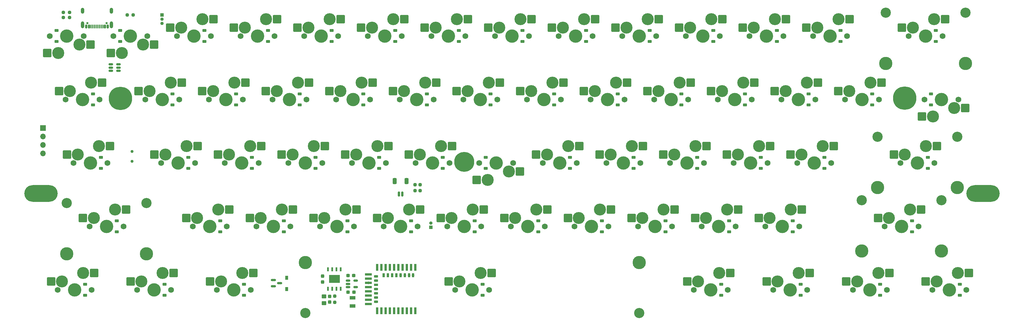
<source format=gbr>
%TF.GenerationSoftware,KiCad,Pcbnew,8.0.2*%
%TF.CreationDate,2024-05-13T14:37:15+08:00*%
%TF.ProjectId,rmk-ble-keyboard,726d6b2d-626c-4652-9d6b-6579626f6172,0*%
%TF.SameCoordinates,Original*%
%TF.FileFunction,Soldermask,Bot*%
%TF.FilePolarity,Negative*%
%FSLAX46Y46*%
G04 Gerber Fmt 4.6, Leading zero omitted, Abs format (unit mm)*
G04 Created by KiCad (PCBNEW 8.0.2) date 2024-05-13 14:37:15*
%MOMM*%
%LPD*%
G01*
G04 APERTURE LIST*
G04 Aperture macros list*
%AMRoundRect*
0 Rectangle with rounded corners*
0 $1 Rounding radius*
0 $2 $3 $4 $5 $6 $7 $8 $9 X,Y pos of 4 corners*
0 Add a 4 corners polygon primitive as box body*
4,1,4,$2,$3,$4,$5,$6,$7,$8,$9,$2,$3,0*
0 Add four circle primitives for the rounded corners*
1,1,$1+$1,$2,$3*
1,1,$1+$1,$4,$5*
1,1,$1+$1,$6,$7*
1,1,$1+$1,$8,$9*
0 Add four rect primitives between the rounded corners*
20,1,$1+$1,$2,$3,$4,$5,0*
20,1,$1+$1,$4,$5,$6,$7,0*
20,1,$1+$1,$6,$7,$8,$9,0*
20,1,$1+$1,$8,$9,$2,$3,0*%
G04 Aperture macros list end*
%ADD10O,0.800000X0.800000*%
%ADD11RoundRect,0.250000X-1.025000X-1.000000X1.025000X-1.000000X1.025000X1.000000X-1.025000X1.000000X0*%
%ADD12C,1.750000*%
%ADD13C,4.000000*%
%ADD14C,3.600000*%
%ADD15C,3.048000*%
%ADD16C,3.987800*%
%ADD17R,1.700000X1.700000*%
%ADD18O,1.700000X1.700000*%
%ADD19RoundRect,0.250000X1.025000X1.000000X-1.025000X1.000000X-1.025000X-1.000000X1.025000X-1.000000X0*%
%ADD20O,9.999980X5.001260*%
%ADD21C,0.900000*%
%ADD22R,1.000000X1.000000*%
%ADD23O,1.000000X1.000000*%
%ADD24C,6.000000*%
%ADD25C,7.001300*%
%ADD26C,7.000240*%
%ADD27RoundRect,0.237500X0.300000X0.237500X-0.300000X0.237500X-0.300000X-0.237500X0.300000X-0.237500X0*%
%ADD28RoundRect,0.225000X0.375000X-0.225000X0.375000X0.225000X-0.375000X0.225000X-0.375000X-0.225000X0*%
%ADD29RoundRect,0.150000X-0.512500X-0.150000X0.512500X-0.150000X0.512500X0.150000X-0.512500X0.150000X0*%
%ADD30R,0.950000X1.200000*%
%ADD31C,0.650000*%
%ADD32RoundRect,0.150000X-0.150000X-0.425000X0.150000X-0.425000X0.150000X0.425000X-0.150000X0.425000X0*%
%ADD33RoundRect,0.075000X-0.075000X-0.500000X0.075000X-0.500000X0.075000X0.500000X-0.075000X0.500000X0*%
%ADD34O,1.000000X1.800000*%
%ADD35O,1.000000X2.100000*%
%ADD36R,0.600000X1.200000*%
%ADD37R,3.300000X2.400000*%
%ADD38RoundRect,0.237500X-0.237500X0.300000X-0.237500X-0.300000X0.237500X-0.300000X0.237500X0.300000X0*%
%ADD39R,0.800000X2.000000*%
%ADD40R,0.800000X1.200000*%
%ADD41R,2.000000X0.800000*%
%ADD42R,1.200000X0.800000*%
%ADD43RoundRect,0.150000X-0.150000X-0.625000X0.150000X-0.625000X0.150000X0.625000X-0.150000X0.625000X0*%
%ADD44RoundRect,0.250000X-0.350000X-0.650000X0.350000X-0.650000X0.350000X0.650000X-0.350000X0.650000X0*%
%ADD45RoundRect,0.250000X0.450000X-0.350000X0.450000X0.350000X-0.450000X0.350000X-0.450000X-0.350000X0*%
%ADD46R,1.800000X1.000000*%
%ADD47RoundRect,0.225000X-0.375000X0.225000X-0.375000X-0.225000X0.375000X-0.225000X0.375000X0.225000X0*%
%ADD48RoundRect,0.237500X0.250000X0.237500X-0.250000X0.237500X-0.250000X-0.237500X0.250000X-0.237500X0*%
%ADD49RoundRect,0.150000X-0.587500X-0.150000X0.587500X-0.150000X0.587500X0.150000X-0.587500X0.150000X0*%
%ADD50RoundRect,0.237500X-0.300000X-0.237500X0.300000X-0.237500X0.300000X0.237500X-0.300000X0.237500X0*%
%ADD51RoundRect,0.237500X-0.250000X-0.237500X0.250000X-0.237500X0.250000X0.237500X-0.250000X0.237500X0*%
%ADD52RoundRect,0.237500X-0.237500X0.250000X-0.237500X-0.250000X0.237500X-0.250000X0.237500X0.250000X0*%
%ADD53RoundRect,0.237500X0.237500X-0.250000X0.237500X0.250000X-0.237500X0.250000X-0.237500X-0.250000X0*%
G04 APERTURE END LIST*
D10*
%TO.C,*%
X101807200Y9378850D03*
%TD*%
%TO.C,*%
X101807200Y5568850D03*
%TD*%
%TO.C,*%
X101807200Y8108850D03*
%TD*%
%TO.C,*%
X101807200Y6838850D03*
%TD*%
%TO.C,*%
X112897200Y13578600D03*
%TD*%
%TO.C,*%
X111632200Y13578600D03*
%TD*%
%TO.C,*%
X110362200Y13578600D03*
%TD*%
%TO.C,*%
X109092200Y13578600D03*
%TD*%
%TO.C,*%
X101807200Y13188600D03*
%TD*%
%TO.C,*%
X99507200Y11283600D03*
%TD*%
%TO.C,*%
X101807200Y11918850D03*
%TD*%
D11*
%TO.C,SW33*%
X92552500Y49790000D03*
D12*
X94557500Y47250000D03*
D13*
X99637500Y47250000D03*
D12*
X104717500Y47250000D03*
D11*
X105479500Y52330000D03*
D14*
X95827500Y49790000D03*
X102177500Y52330000D03*
%TD*%
D11*
%TO.C,SW7*%
X116365000Y87890000D03*
D12*
X118370000Y85350000D03*
D13*
X123450000Y85350000D03*
D12*
X128530000Y85350000D03*
D11*
X129292000Y90430000D03*
D14*
X119640000Y87890000D03*
X125990000Y90430000D03*
%TD*%
D11*
%TO.C,SW21*%
X125890000Y68840000D03*
D12*
X127895000Y66300000D03*
D13*
X132975000Y66300000D03*
D12*
X138055000Y66300000D03*
D11*
X138817000Y71380000D03*
D14*
X129165000Y68840000D03*
X135515000Y71380000D03*
%TD*%
D11*
%TO.C,SW38*%
X187802500Y49790000D03*
D12*
X189807500Y47250000D03*
D13*
X194887500Y47250000D03*
D12*
X199967500Y47250000D03*
D11*
X200729500Y52330000D03*
D14*
X191077500Y49790000D03*
X197427500Y52330000D03*
%TD*%
D11*
%TO.C,SW23*%
X163990000Y68840000D03*
D12*
X165995000Y66300000D03*
D13*
X171075000Y66300000D03*
D12*
X176155000Y66300000D03*
D11*
X176917000Y71380000D03*
D14*
X167265000Y68840000D03*
X173615000Y71380000D03*
%TD*%
D15*
%TO.C,REF\u002A\u002A*%
X252005750Y55089950D03*
D16*
X252005750Y39879950D03*
D15*
X275881750Y55089950D03*
D16*
X275881750Y39879950D03*
%TD*%
D11*
%TO.C,SW11*%
X192565000Y87890000D03*
D12*
X194570000Y85350000D03*
D13*
X199650000Y85350000D03*
D12*
X204730000Y85350000D03*
D11*
X205492000Y90430000D03*
D14*
X195840000Y87890000D03*
X202190000Y90430000D03*
%TD*%
D17*
%TO.C,J3*%
X2040000Y57730000D03*
D18*
X2040000Y55190000D03*
X2040000Y52650000D03*
X2040000Y50110000D03*
%TD*%
D19*
%TO.C,SW1*%
X16235000Y82810000D03*
D12*
X14230000Y85350000D03*
D13*
X9150000Y85350000D03*
D12*
X4070000Y85350000D03*
D19*
X3308000Y80270000D03*
D14*
X12960000Y82810000D03*
X6610000Y80270000D03*
%TD*%
D20*
%TO.C,HOLE*%
X1461100Y38100000D03*
%TD*%
D11*
%TO.C,SW24*%
X183040000Y68840000D03*
D12*
X185045000Y66300000D03*
D13*
X190125000Y66300000D03*
D12*
X195205000Y66300000D03*
D11*
X195967000Y71380000D03*
D14*
X186315000Y68840000D03*
X192665000Y71380000D03*
%TD*%
D11*
%TO.C,SW60*%
X242571250Y11690000D03*
D12*
X244576250Y9150000D03*
D13*
X249656250Y9150000D03*
D12*
X254736250Y9150000D03*
D11*
X255498250Y14230000D03*
D14*
X245846250Y11690000D03*
X252196250Y14230000D03*
%TD*%
D11*
%TO.C,SW39*%
X206852500Y49790000D03*
D12*
X208857500Y47250000D03*
D13*
X213937500Y47250000D03*
D12*
X219017500Y47250000D03*
D11*
X219779500Y52330000D03*
D14*
X210127500Y49790000D03*
X216477500Y52330000D03*
%TD*%
D20*
%TO.C,HOLE*%
X283540000Y38100000D03*
%TD*%
D11*
%TO.C,SW8*%
X135415000Y87890000D03*
D12*
X137420000Y85350000D03*
D13*
X142500000Y85350000D03*
D12*
X147580000Y85350000D03*
D11*
X148342000Y90430000D03*
D14*
X138690000Y87890000D03*
X145040000Y90430000D03*
%TD*%
D11*
%TO.C,SW37*%
X168752500Y49790000D03*
D12*
X170757500Y47250000D03*
D13*
X175837500Y47250000D03*
D12*
X180917500Y47250000D03*
D11*
X181679500Y52330000D03*
D14*
X172027500Y49790000D03*
X178377500Y52330000D03*
%TD*%
D11*
%TO.C,SW55*%
X28258750Y11690000D03*
D12*
X30263750Y9150000D03*
D13*
X35343750Y9150000D03*
D12*
X40423750Y9150000D03*
D11*
X41185750Y14230000D03*
D14*
X31533750Y11690000D03*
X37883750Y14230000D03*
%TD*%
D11*
%TO.C,SW61*%
X266383750Y11690000D03*
D12*
X268388750Y9150000D03*
D13*
X273468750Y9150000D03*
D12*
X278548750Y9150000D03*
D11*
X279310750Y14230000D03*
D14*
X269658750Y11690000D03*
X276008750Y14230000D03*
%TD*%
D11*
%TO.C,SW56*%
X52071250Y11690000D03*
D12*
X54076250Y9150000D03*
D13*
X59156250Y9150000D03*
D12*
X64236250Y9150000D03*
D11*
X64998250Y14230000D03*
D14*
X55346250Y11690000D03*
X61696250Y14230000D03*
%TD*%
D21*
%TO.C,SW62*%
X28665000Y47760000D03*
X28665000Y50760000D03*
%TD*%
D11*
%TO.C,SW43*%
X44927500Y30740000D03*
D12*
X46932500Y28200000D03*
D13*
X52012500Y28200000D03*
D12*
X57092500Y28200000D03*
D11*
X57854500Y33280000D03*
D14*
X48202500Y30740000D03*
X54552500Y33280000D03*
%TD*%
D11*
%TO.C,SW26*%
X221140000Y68840000D03*
D12*
X223145000Y66300000D03*
D13*
X228225000Y66300000D03*
D12*
X233305000Y66300000D03*
D11*
X234067000Y71380000D03*
D14*
X224415000Y68840000D03*
X230765000Y71380000D03*
%TD*%
D11*
%TO.C,SW13*%
X230665000Y87890000D03*
D12*
X232670000Y85350000D03*
D13*
X237750000Y85350000D03*
D12*
X242830000Y85350000D03*
D11*
X243592000Y90430000D03*
D14*
X233940000Y87890000D03*
X240290000Y90430000D03*
%TD*%
D11*
%TO.C,SW40*%
X225902500Y49790000D03*
D12*
X227907500Y47250000D03*
D13*
X232987500Y47250000D03*
D12*
X238067500Y47250000D03*
D11*
X238829500Y52330000D03*
D14*
X229177500Y49790000D03*
X235527500Y52330000D03*
%TD*%
D11*
%TO.C,SW25*%
X202090000Y68840000D03*
D12*
X204095000Y66300000D03*
D13*
X209175000Y66300000D03*
D12*
X214255000Y66300000D03*
D11*
X215017000Y71380000D03*
D14*
X205365000Y68840000D03*
X211715000Y71380000D03*
%TD*%
D11*
%TO.C,SW18*%
X68740000Y68840000D03*
D12*
X70745000Y66300000D03*
D13*
X75825000Y66300000D03*
D12*
X80905000Y66300000D03*
D11*
X81667000Y71380000D03*
D14*
X72015000Y68840000D03*
X78365000Y71380000D03*
%TD*%
D11*
%TO.C,SW16*%
X30640000Y68840000D03*
D12*
X32645000Y66300000D03*
D13*
X37725000Y66300000D03*
D12*
X42805000Y66300000D03*
D11*
X43567000Y71380000D03*
D14*
X33915000Y68840000D03*
X40265000Y71380000D03*
%TD*%
D22*
%TO.C,J5*%
X118160000Y27980000D03*
D23*
X118160000Y29250000D03*
%TD*%
D24*
%TO.C,HOLE*%
X128200000Y47600000D03*
%TD*%
D22*
%TO.C,J4*%
X37690000Y91700000D03*
D23*
X37690000Y90430000D03*
X37690000Y89160000D03*
%TD*%
D11*
%TO.C,SW9*%
X154465000Y87890000D03*
D12*
X156470000Y85350000D03*
D13*
X161550000Y85350000D03*
D12*
X166630000Y85350000D03*
D11*
X167392000Y90430000D03*
D14*
X157740000Y87890000D03*
X164090000Y90430000D03*
%TD*%
D11*
%TO.C,SW42*%
X13971250Y30740000D03*
D12*
X15976250Y28200000D03*
D13*
X21056250Y28200000D03*
D12*
X26136250Y28200000D03*
D11*
X26898250Y33280000D03*
D14*
X17246250Y30740000D03*
X23596250Y33280000D03*
%TD*%
D11*
%TO.C,SW32*%
X73502500Y49790000D03*
D12*
X75507500Y47250000D03*
D13*
X80587500Y47250000D03*
D12*
X85667500Y47250000D03*
D11*
X86429500Y52330000D03*
D14*
X76777500Y49790000D03*
X83127500Y52330000D03*
%TD*%
D19*
%TO.C,SW35*%
X144822500Y44710000D03*
D12*
X142817500Y47250000D03*
D13*
X137737500Y47250000D03*
D12*
X132657500Y47250000D03*
D19*
X131895500Y42170000D03*
D14*
X141547500Y44710000D03*
X135197500Y42170000D03*
%TD*%
D11*
%TO.C,SW51*%
X197327500Y30740000D03*
D12*
X199332500Y28200000D03*
D13*
X204412500Y28200000D03*
D12*
X209492500Y28200000D03*
D11*
X210254500Y33280000D03*
D14*
X200602500Y30740000D03*
X206952500Y33280000D03*
%TD*%
D11*
%TO.C,SW6*%
X97315000Y87890000D03*
D12*
X99320000Y85350000D03*
D13*
X104400000Y85350000D03*
D12*
X109480000Y85350000D03*
D11*
X110242000Y90430000D03*
D14*
X100590000Y87890000D03*
X106940000Y90430000D03*
%TD*%
D11*
%TO.C,SW10*%
X173515000Y87890000D03*
D12*
X175520000Y85350000D03*
D13*
X180600000Y85350000D03*
D12*
X185680000Y85350000D03*
D11*
X186442000Y90430000D03*
D14*
X176790000Y87890000D03*
X183140000Y90430000D03*
%TD*%
D11*
%TO.C,SW36*%
X149702500Y49790000D03*
D12*
X151707500Y47250000D03*
D13*
X156787500Y47250000D03*
D12*
X161867500Y47250000D03*
D11*
X162629500Y52330000D03*
D14*
X152977500Y49790000D03*
X159327500Y52330000D03*
%TD*%
D15*
%TO.C,REF\u002A\u002A*%
X180593750Y2165000D03*
D16*
X180593750Y17375000D03*
D15*
X80593750Y2165000D03*
D16*
X80593750Y17375000D03*
%TD*%
D11*
%TO.C,SW46*%
X102077500Y30740000D03*
D12*
X104082500Y28200000D03*
D13*
X109162500Y28200000D03*
D12*
X114242500Y28200000D03*
D11*
X115004500Y33280000D03*
D14*
X105352500Y30740000D03*
X111702500Y33280000D03*
%TD*%
D11*
%TO.C,SW3*%
X40165000Y87890000D03*
D12*
X42170000Y85350000D03*
D13*
X47250000Y85350000D03*
D12*
X52330000Y85350000D03*
D11*
X53092000Y90430000D03*
D14*
X43440000Y87890000D03*
X49790000Y90430000D03*
%TD*%
D15*
%TO.C,REF\u002A\u002A*%
X254387000Y92335000D03*
D16*
X254387000Y77125000D03*
D15*
X278263000Y92335000D03*
D16*
X278263000Y77125000D03*
%TD*%
D11*
%TO.C,SW20*%
X106840000Y68840000D03*
D12*
X108845000Y66300000D03*
D13*
X113925000Y66300000D03*
D12*
X119005000Y66300000D03*
D11*
X119767000Y71380000D03*
D14*
X110115000Y68840000D03*
X116465000Y71380000D03*
%TD*%
D11*
%TO.C,SW30*%
X35402500Y49790000D03*
D12*
X37407500Y47250000D03*
D13*
X42487500Y47250000D03*
D12*
X47567500Y47250000D03*
D11*
X48329500Y52330000D03*
D14*
X38677500Y49790000D03*
X45027500Y52330000D03*
%TD*%
D15*
%TO.C,REF\u002A\u002A*%
X9118250Y35185000D03*
D16*
X9118250Y19975000D03*
D15*
X32994250Y35185000D03*
D16*
X32994250Y19975000D03*
%TD*%
D19*
%TO.C,SW28*%
X278172500Y63760000D03*
D12*
X276167500Y66300000D03*
D13*
X271087500Y66300000D03*
D12*
X266007500Y66300000D03*
D19*
X265245500Y61220000D03*
D14*
X274897500Y63760000D03*
X268547500Y61220000D03*
%TD*%
D11*
%TO.C,SW41*%
X256858750Y49790000D03*
D12*
X258863750Y47250000D03*
D13*
X263943750Y47250000D03*
D12*
X269023750Y47250000D03*
D11*
X269785750Y52330000D03*
D14*
X260133750Y49790000D03*
X266483750Y52330000D03*
%TD*%
D11*
%TO.C,SW59*%
X218758750Y11690000D03*
D12*
X220763750Y9150000D03*
D13*
X225843750Y9150000D03*
D12*
X230923750Y9150000D03*
D11*
X231685750Y14230000D03*
D14*
X222033750Y11690000D03*
X228383750Y14230000D03*
%TD*%
D11*
%TO.C,SW57*%
X123508750Y11690000D03*
D12*
X125513750Y9150000D03*
D13*
X130593750Y9150000D03*
D12*
X135673750Y9150000D03*
D11*
X136435750Y14230000D03*
D14*
X126783750Y11690000D03*
X133133750Y14230000D03*
%TD*%
D11*
%TO.C,SW19*%
X87790000Y68840000D03*
D12*
X89795000Y66300000D03*
D13*
X94875000Y66300000D03*
D12*
X99955000Y66300000D03*
D11*
X100717000Y71380000D03*
D14*
X91065000Y68840000D03*
X97415000Y71380000D03*
%TD*%
D25*
%TO.C,HOLE*%
X25200000Y66600000D03*
%TD*%
D11*
%TO.C,SW15*%
X6827500Y68840000D03*
D12*
X8832500Y66300000D03*
D13*
X13912500Y66300000D03*
D12*
X18992500Y66300000D03*
D11*
X19754500Y71380000D03*
D14*
X10102500Y68840000D03*
X16452500Y71380000D03*
%TD*%
D11*
%TO.C,SW50*%
X178277500Y30740000D03*
D12*
X180282500Y28200000D03*
D13*
X185362500Y28200000D03*
D12*
X190442500Y28200000D03*
D11*
X191204500Y33280000D03*
D14*
X181552500Y30740000D03*
X187902500Y33280000D03*
%TD*%
D11*
%TO.C,SW31*%
X54452500Y49790000D03*
D12*
X56457500Y47250000D03*
D13*
X61537500Y47250000D03*
D12*
X66617500Y47250000D03*
D11*
X67379500Y52330000D03*
D14*
X57727500Y49790000D03*
X64077500Y52330000D03*
%TD*%
D11*
%TO.C,SW54*%
X4446250Y11690000D03*
D12*
X6451250Y9150000D03*
D13*
X11531250Y9150000D03*
D12*
X16611250Y9150000D03*
D11*
X17373250Y14230000D03*
D14*
X7721250Y11690000D03*
X14071250Y14230000D03*
%TD*%
D11*
%TO.C,SW47*%
X121127500Y30740000D03*
D12*
X123132500Y28200000D03*
D13*
X128212500Y28200000D03*
D12*
X133292500Y28200000D03*
D11*
X134054500Y33280000D03*
D14*
X124402500Y30740000D03*
X130752500Y33280000D03*
%TD*%
D11*
%TO.C,SW5*%
X78265000Y87890000D03*
D12*
X80270000Y85350000D03*
D13*
X85350000Y85350000D03*
D12*
X90430000Y85350000D03*
D11*
X91192000Y90430000D03*
D14*
X81540000Y87890000D03*
X87890000Y90430000D03*
%TD*%
D11*
%TO.C,SW4*%
X59215000Y87890000D03*
D12*
X61220000Y85350000D03*
D13*
X66300000Y85350000D03*
D12*
X71380000Y85350000D03*
D11*
X72142000Y90430000D03*
D14*
X62490000Y87890000D03*
X68840000Y90430000D03*
%TD*%
D26*
%TO.C,HOLE*%
X260050000Y66700000D03*
%TD*%
D11*
%TO.C,SW49*%
X159227500Y30740000D03*
D12*
X161232500Y28200000D03*
D13*
X166312500Y28200000D03*
D12*
X171392500Y28200000D03*
D11*
X172154500Y33280000D03*
D14*
X162502500Y30740000D03*
X168852500Y33280000D03*
%TD*%
D11*
%TO.C,SW45*%
X83027500Y30740000D03*
D12*
X85032500Y28200000D03*
D13*
X90112500Y28200000D03*
D12*
X95192500Y28200000D03*
D11*
X95954500Y33280000D03*
D14*
X86302500Y30740000D03*
X92652500Y33280000D03*
%TD*%
D11*
%TO.C,SW44*%
X63977500Y30740000D03*
D12*
X65982500Y28200000D03*
D13*
X71062500Y28200000D03*
D12*
X76142500Y28200000D03*
D11*
X76904500Y33280000D03*
D14*
X67252500Y30740000D03*
X73602500Y33280000D03*
%TD*%
D11*
%TO.C,SW34*%
X111602500Y49790000D03*
D12*
X113607500Y47250000D03*
D13*
X118687500Y47250000D03*
D12*
X123767500Y47250000D03*
D11*
X124529500Y52330000D03*
D14*
X114877500Y49790000D03*
X121227500Y52330000D03*
%TD*%
D11*
%TO.C,SW22*%
X144940000Y68840000D03*
D12*
X146945000Y66300000D03*
D13*
X152025000Y66300000D03*
D12*
X157105000Y66300000D03*
D11*
X157867000Y71380000D03*
D14*
X148215000Y68840000D03*
X154565000Y71380000D03*
%TD*%
D11*
%TO.C,SW58*%
X194946250Y11690000D03*
D12*
X196951250Y9150000D03*
D13*
X202031250Y9150000D03*
D12*
X207111250Y9150000D03*
D11*
X207873250Y14230000D03*
D14*
X198221250Y11690000D03*
X204571250Y14230000D03*
%TD*%
D11*
%TO.C,SW12*%
X211615000Y87890000D03*
D12*
X213620000Y85350000D03*
D13*
X218700000Y85350000D03*
D12*
X223780000Y85350000D03*
D11*
X224542000Y90430000D03*
D14*
X214890000Y87890000D03*
X221240000Y90430000D03*
%TD*%
D11*
%TO.C,SW29*%
X9208750Y49790000D03*
D12*
X11213750Y47250000D03*
D13*
X16293750Y47250000D03*
D12*
X21373750Y47250000D03*
D11*
X22135750Y52330000D03*
D14*
X12483750Y49790000D03*
X18833750Y52330000D03*
%TD*%
D19*
%TO.C,SW2*%
X35285000Y82810000D03*
D12*
X33280000Y85350000D03*
D13*
X28200000Y85350000D03*
D12*
X23120000Y85350000D03*
D19*
X22358000Y80270000D03*
D14*
X32010000Y82810000D03*
X25660000Y80270000D03*
%TD*%
D11*
%TO.C,SW17*%
X49690000Y68840000D03*
D12*
X51695000Y66300000D03*
D13*
X56775000Y66300000D03*
D12*
X61855000Y66300000D03*
D11*
X62617000Y71380000D03*
D14*
X52965000Y68840000D03*
X59315000Y71380000D03*
%TD*%
D11*
%TO.C,SW27*%
X240190000Y68840000D03*
D12*
X242195000Y66300000D03*
D13*
X247275000Y66300000D03*
D12*
X252355000Y66300000D03*
D11*
X253117000Y71380000D03*
D14*
X243465000Y68840000D03*
X249815000Y71380000D03*
%TD*%
D11*
%TO.C,SW14*%
X259240000Y87890000D03*
D12*
X261245000Y85350000D03*
D13*
X266325000Y85350000D03*
D12*
X271405000Y85350000D03*
D11*
X272167000Y90430000D03*
D14*
X262515000Y87890000D03*
X268865000Y90430000D03*
%TD*%
D11*
%TO.C,SW52*%
X216377500Y30740000D03*
D12*
X218382500Y28200000D03*
D13*
X223462500Y28200000D03*
D12*
X228542500Y28200000D03*
D11*
X229304500Y33280000D03*
D14*
X219652500Y30740000D03*
X226002500Y33280000D03*
%TD*%
D11*
%TO.C,SW48*%
X140177500Y30740000D03*
D12*
X142182500Y28200000D03*
D13*
X147262500Y28200000D03*
D12*
X152342500Y28200000D03*
D11*
X153104500Y33280000D03*
D14*
X143452500Y30740000D03*
X149802500Y33280000D03*
%TD*%
D11*
%TO.C,SW53*%
X252096250Y30740000D03*
D12*
X254101250Y28200000D03*
D13*
X259181250Y28200000D03*
D12*
X264261250Y28200000D03*
D11*
X265023250Y33280000D03*
D14*
X255371250Y30740000D03*
X261721250Y33280000D03*
%TD*%
D27*
%TO.C,C4*%
X95132500Y8450000D03*
X93407500Y8450000D03*
%TD*%
D28*
%TO.C,D31*%
X64637500Y45600000D03*
X64637500Y48900000D03*
%TD*%
%TO.C,D52*%
X226562500Y26550000D03*
X226562500Y29850000D03*
%TD*%
D29*
%TO.C,U2*%
X22352500Y74940000D03*
X22352500Y75890000D03*
X22352500Y76840000D03*
X24627500Y76840000D03*
X24627500Y75890000D03*
X24627500Y74940000D03*
%TD*%
D28*
%TO.C,D34*%
X121787500Y45600000D03*
X121787500Y48900000D03*
%TD*%
%TO.C,D8*%
X145600000Y83700000D03*
X145600000Y87000000D03*
%TD*%
%TO.C,D17*%
X59875000Y64650000D03*
X59875000Y67950000D03*
%TD*%
%TO.C,D49*%
X169412500Y26550000D03*
X169412500Y29850000D03*
%TD*%
%TO.C,D48*%
X150362500Y26550000D03*
X150362500Y29850000D03*
%TD*%
%TO.C,D32*%
X83687500Y45600000D03*
X83687500Y48900000D03*
%TD*%
D30*
%TO.C,D63*%
X74980000Y12770000D03*
X74980000Y9370000D03*
%TD*%
D31*
%TO.C,J1*%
X15310000Y89270000D03*
X21090000Y89270000D03*
D32*
X15000000Y88195000D03*
X15800000Y88195000D03*
D33*
X16950000Y88195000D03*
X17950000Y88195000D03*
X18450000Y88195000D03*
X19450000Y88195000D03*
D32*
X20600000Y88195000D03*
X21400000Y88195000D03*
X21400000Y88195000D03*
X20600000Y88195000D03*
D33*
X19950000Y88195000D03*
X18950000Y88195000D03*
X17450000Y88195000D03*
X16450000Y88195000D03*
D32*
X15800000Y88195000D03*
X15000000Y88195000D03*
D34*
X13880000Y92950000D03*
D35*
X13880000Y88770000D03*
D34*
X22520000Y92950000D03*
D35*
X22520000Y88770000D03*
%TD*%
D28*
%TO.C,D7*%
X126550000Y83700000D03*
X126550000Y87000000D03*
%TD*%
%TO.C,D12*%
X221800000Y83700000D03*
X221800000Y87000000D03*
%TD*%
%TO.C,D27*%
X250375000Y64650000D03*
X250375000Y67950000D03*
%TD*%
D36*
%TO.C,U3*%
X91215000Y9521500D03*
X89945000Y9521500D03*
X88675000Y9521500D03*
X87405000Y9521500D03*
X87405000Y15338500D03*
X88675000Y15338500D03*
X89945000Y15338500D03*
X91215000Y15338500D03*
D37*
X89310000Y12430000D03*
%TD*%
D28*
%TO.C,D20*%
X117025000Y64650000D03*
X117025000Y67950000D03*
%TD*%
%TO.C,D51*%
X207512500Y26550000D03*
X207512500Y29850000D03*
%TD*%
%TO.C,D40*%
X236087500Y45600000D03*
X236087500Y48900000D03*
%TD*%
D38*
%TO.C,C1*%
X85765000Y13271000D03*
X85765000Y11546000D03*
%TD*%
D28*
%TO.C,D4*%
X69400000Y83700000D03*
X69400000Y87000000D03*
%TD*%
%TO.C,D42*%
X267043750Y45600000D03*
X267043750Y48900000D03*
%TD*%
%TO.C,D6*%
X107500000Y83700000D03*
X107500000Y87000000D03*
%TD*%
D39*
%TO.C,U1*%
X113537200Y15878600D03*
D40*
X112897200Y13578600D03*
D39*
X112264400Y15878900D03*
D40*
X111632200Y13578600D03*
D39*
X110997200Y15878600D03*
D40*
X110362200Y13578600D03*
D39*
X109727200Y15878600D03*
D40*
X109092200Y13578600D03*
D39*
X108457200Y15878600D03*
D40*
X107822200Y13578600D03*
D39*
X107187200Y15878600D03*
D40*
X106552200Y13578600D03*
D39*
X105917200Y15878600D03*
D40*
X105282200Y13578600D03*
D39*
X104647200Y15878600D03*
D40*
X104012200Y13578600D03*
D39*
X103377200Y15878600D03*
X102107200Y15878600D03*
D41*
X99507200Y13823600D03*
D42*
X101807200Y13188600D03*
D41*
X99507200Y12553600D03*
D42*
X101807200Y11918850D03*
D41*
X99507200Y11283600D03*
D42*
X101807200Y10648850D03*
D41*
X99507200Y10013600D03*
D42*
X101807200Y9378850D03*
D41*
X99507200Y8743600D03*
D42*
X101807200Y8108850D03*
D41*
X99507200Y7473600D03*
D42*
X101807200Y6838850D03*
D41*
X99507200Y6203600D03*
D42*
X101807200Y5568850D03*
D41*
X99507200Y4933600D03*
D39*
X102107200Y2878600D03*
X103380000Y2878300D03*
X104647200Y2878600D03*
X105917200Y2878600D03*
X107187200Y2878600D03*
X108457200Y2878600D03*
X109727200Y2878600D03*
X110997200Y2878600D03*
X112267200Y2878600D03*
X113537200Y2878600D03*
%TD*%
D43*
%TO.C,J6*%
X108649800Y37960200D03*
X109649800Y37960200D03*
D44*
X107349800Y41835200D03*
X110949800Y41835200D03*
%TD*%
D45*
%TO.C,R4*%
X86150000Y5180000D03*
X86150000Y7180000D03*
%TD*%
D28*
%TO.C,D54*%
X14631250Y7500000D03*
X14631250Y10800000D03*
%TD*%
%TO.C,D33*%
X102737500Y45600000D03*
X102737500Y48900000D03*
%TD*%
%TO.C,D9*%
X164650000Y83700000D03*
X164650000Y87000000D03*
%TD*%
%TO.C,D5*%
X88450000Y83700000D03*
X88450000Y87000000D03*
%TD*%
%TO.C,D36*%
X159887500Y45600000D03*
X159887500Y48900000D03*
%TD*%
D46*
%TO.C,Y1*%
X94750000Y4315000D03*
X94750000Y6815000D03*
%TD*%
D28*
%TO.C,D11*%
X202750000Y83700000D03*
X202750000Y87000000D03*
%TD*%
D29*
%TO.C,U5*%
X93386500Y10014600D03*
X93386500Y10964600D03*
X93386500Y11914600D03*
X95661500Y11914600D03*
X95661500Y10014600D03*
%TD*%
D28*
%TO.C,D16*%
X40825000Y64650000D03*
X40825000Y67950000D03*
%TD*%
D38*
%TO.C,C2*%
X87905000Y7238500D03*
X87905000Y5513500D03*
%TD*%
D16*
%TO.C,REF\u002A\u002A*%
X271119250Y20829950D03*
D15*
X271119250Y36039950D03*
D16*
X247243250Y20829950D03*
D15*
X247243250Y36039950D03*
%TD*%
D28*
%TO.C,D39*%
X217037500Y45600000D03*
X217037500Y48900000D03*
%TD*%
%TO.C,D10*%
X183700000Y83700000D03*
X183700000Y87000000D03*
%TD*%
%TO.C,D19*%
X97975000Y64650000D03*
X97975000Y67950000D03*
%TD*%
%TO.C,D46*%
X112262500Y26550000D03*
X112262500Y29850000D03*
%TD*%
%TO.C,D37*%
X178937500Y45600000D03*
X178937500Y48900000D03*
%TD*%
%TO.C,D56*%
X62256250Y7500000D03*
X62256250Y10800000D03*
%TD*%
%TO.C,D26*%
X231325000Y64650000D03*
X231325000Y67950000D03*
%TD*%
%TO.C,D25*%
X212275000Y64650000D03*
X212275000Y67950000D03*
%TD*%
%TO.C,D58*%
X205131250Y7500000D03*
X205131250Y10800000D03*
%TD*%
D47*
%TO.C,D2*%
X25100000Y87000000D03*
X25100000Y83700000D03*
%TD*%
%TO.C,D35*%
X134637500Y48900000D03*
X134637500Y45600000D03*
%TD*%
D28*
%TO.C,D50*%
X188462500Y26550000D03*
X188462500Y29850000D03*
%TD*%
%TO.C,D24*%
X193225000Y64650000D03*
X193225000Y67950000D03*
%TD*%
%TO.C,D41*%
X24156250Y26550000D03*
X24156250Y29850000D03*
%TD*%
%TO.C,D45*%
X93212500Y26550000D03*
X93212500Y29850000D03*
%TD*%
%TO.C,D18*%
X78925000Y64650000D03*
X78925000Y67950000D03*
%TD*%
%TO.C,D21*%
X136075000Y64650000D03*
X136075000Y67950000D03*
%TD*%
D48*
%TO.C,R2*%
X9986300Y92462000D03*
X8161300Y92462000D03*
%TD*%
D49*
%TO.C,Q1*%
X71045300Y10207500D03*
X71045300Y12107500D03*
X72920300Y11157500D03*
%TD*%
D28*
%TO.C,D43*%
X55112500Y26550000D03*
X55112500Y29850000D03*
%TD*%
%TO.C,D3*%
X50350000Y83700000D03*
X50350000Y87000000D03*
%TD*%
%TO.C,D47*%
X131312500Y26550000D03*
X131312500Y29850000D03*
%TD*%
%TO.C,D60*%
X252756250Y7500000D03*
X252756250Y10800000D03*
%TD*%
D50*
%TO.C,C3*%
X93382100Y13453800D03*
X95107100Y13453800D03*
%TD*%
D28*
%TO.C,D59*%
X228943750Y7500000D03*
X228943750Y10800000D03*
%TD*%
D48*
%TO.C,R1*%
X9986300Y90963400D03*
X8161300Y90963400D03*
%TD*%
D28*
%TO.C,D38*%
X197987500Y45600000D03*
X197987500Y48900000D03*
%TD*%
D47*
%TO.C,D28*%
X267987500Y67950000D03*
X267987500Y64650000D03*
%TD*%
D28*
%TO.C,D22*%
X155125000Y64650000D03*
X155125000Y67950000D03*
%TD*%
%TO.C,D13*%
X240850000Y83700000D03*
X240850000Y87000000D03*
%TD*%
D47*
%TO.C,D1*%
X6050000Y87000000D03*
X6050000Y83700000D03*
%TD*%
D28*
%TO.C,D61*%
X276568750Y7500000D03*
X276568750Y10800000D03*
%TD*%
%TO.C,D44*%
X74162500Y26550000D03*
X74162500Y29850000D03*
%TD*%
%TO.C,D57*%
X133693750Y7500000D03*
X133693750Y10800000D03*
%TD*%
%TO.C,D14*%
X269425000Y83700000D03*
X269425000Y87000000D03*
%TD*%
%TO.C,D23*%
X174175000Y64650000D03*
X174175000Y67950000D03*
%TD*%
D51*
%TO.C,R7*%
X27236700Y91674600D03*
X29061700Y91674600D03*
%TD*%
D28*
%TO.C,D55*%
X38443750Y7500000D03*
X38443750Y10800000D03*
%TD*%
D52*
%TO.C,R9*%
X114950000Y40762500D03*
X114950000Y38937500D03*
%TD*%
D28*
%TO.C,D30*%
X45587500Y45600000D03*
X45587500Y48900000D03*
%TD*%
D53*
%TO.C,R8*%
X113420000Y38937500D03*
X113420000Y40762500D03*
%TD*%
%TO.C,R3*%
X89435000Y5456000D03*
X89435000Y7281000D03*
%TD*%
D28*
%TO.C,D53*%
X262281250Y26550000D03*
X262281250Y29850000D03*
%TD*%
%TO.C,D15*%
X17012500Y64650000D03*
X17012500Y67950000D03*
%TD*%
%TO.C,D29*%
X19393750Y45600000D03*
X19393750Y48900000D03*
%TD*%
M02*

</source>
